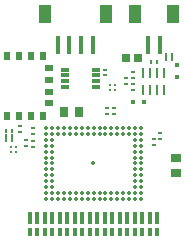
<source format=gbr>
G04 EAGLE Gerber RS-274X export*
G75*
%MOMM*%
%FSLAX34Y34*%
%LPD*%
%INSolderpaste Top*%
%IPPOS*%
%AMOC8*
5,1,8,0,0,1.08239X$1,22.5*%
G01*
%ADD10R,0.350000X0.250000*%
%ADD11R,0.381000X0.762000*%
%ADD12R,0.381000X1.016000*%
%ADD13C,0.350000*%
%ADD14R,0.700000X0.900000*%
%ADD15C,0.250000*%
%ADD16R,0.400000X1.500000*%
%ADD17R,1.000000X1.500000*%
%ADD18R,0.460000X0.400000*%
%ADD19R,0.500000X0.800000*%
%ADD20R,0.800000X0.500000*%
%ADD21R,0.800000X0.300000*%
%ADD22R,0.430000X0.280000*%
%ADD23R,0.400000X0.460000*%
%ADD24R,0.250000X0.350000*%
%ADD25R,0.900000X0.700000*%
%ADD26R,0.260000X0.900000*%
%ADD27R,0.685800X0.762000*%
%ADD28R,0.280000X0.430000*%


D10*
X38800Y125400D03*
X38800Y120400D03*
D11*
X119075Y37660D03*
X112725Y37660D03*
X125425Y37660D03*
X106375Y37660D03*
X131775Y37660D03*
X100025Y37660D03*
X138125Y37660D03*
X144475Y37660D03*
X93675Y37660D03*
X87325Y37660D03*
D12*
X144475Y49090D03*
X138125Y49090D03*
X131775Y49090D03*
X125425Y49090D03*
X119075Y49090D03*
X112725Y49090D03*
X106375Y49090D03*
X100025Y49090D03*
D11*
X80975Y37660D03*
X74625Y37660D03*
X68275Y37660D03*
X61925Y37660D03*
X55575Y37660D03*
X49225Y37660D03*
X42875Y37660D03*
X36525Y37660D03*
D12*
X93675Y49090D03*
X87325Y49090D03*
X80975Y49090D03*
X74625Y49090D03*
X68275Y49090D03*
X61925Y49090D03*
X55575Y49090D03*
X49225Y49090D03*
X42875Y49090D03*
X36525Y49090D03*
D13*
X130500Y65500D03*
X125500Y65500D03*
X120500Y65500D03*
X115500Y65500D03*
X110500Y65500D03*
X105500Y65500D03*
X100500Y65500D03*
X95500Y65500D03*
X90500Y65500D03*
X85500Y65500D03*
X80500Y65500D03*
X75500Y65500D03*
X70500Y65500D03*
X65500Y65500D03*
X60500Y65500D03*
X55500Y65500D03*
X130500Y70500D03*
X125500Y70500D03*
X120500Y70500D03*
X115500Y70500D03*
X110500Y70500D03*
X105500Y70500D03*
X100500Y70500D03*
X95500Y70500D03*
X90500Y70500D03*
X85500Y70500D03*
X80500Y70500D03*
X75500Y70500D03*
X70500Y70500D03*
X65500Y70500D03*
X60500Y70500D03*
X55500Y70500D03*
X130500Y75500D03*
X125500Y75500D03*
X55500Y75500D03*
X130500Y80500D03*
X130500Y85500D03*
X125500Y80500D03*
X55500Y80500D03*
X50500Y80500D03*
X125500Y85500D03*
X55500Y85500D03*
X50500Y85500D03*
X130500Y90500D03*
X125500Y90500D03*
X55500Y90500D03*
X50500Y90500D03*
X130500Y95500D03*
X125500Y95500D03*
X55500Y95500D03*
X50500Y95500D03*
X130500Y100500D03*
X125500Y100500D03*
X55500Y100500D03*
X50500Y100500D03*
X130500Y105500D03*
X125500Y105500D03*
X55500Y105500D03*
X50500Y105500D03*
X130500Y110500D03*
X125500Y110500D03*
X55500Y110500D03*
X50500Y110500D03*
X130500Y115500D03*
X125500Y115500D03*
X55500Y115500D03*
X50500Y65500D03*
X50500Y70500D03*
X50500Y75500D03*
X50500Y115500D03*
X130500Y120500D03*
X125500Y120500D03*
X120500Y120500D03*
X115500Y120500D03*
X110500Y120500D03*
X105500Y120500D03*
X100500Y120500D03*
X95500Y120500D03*
X90500Y120500D03*
X85500Y120500D03*
X80500Y120500D03*
X75500Y120500D03*
X70500Y120500D03*
X65500Y120500D03*
X60500Y120500D03*
X55500Y120500D03*
X50500Y120500D03*
X130500Y125500D03*
X125500Y125500D03*
X120500Y125500D03*
X115500Y125500D03*
X110500Y125500D03*
X105500Y125500D03*
X100500Y125500D03*
X95500Y125500D03*
X90500Y125500D03*
X85500Y125500D03*
X80500Y125500D03*
X75500Y125500D03*
X70500Y125500D03*
X65500Y125500D03*
X60500Y125500D03*
X55500Y125500D03*
X50500Y125500D03*
X90400Y95500D03*
D14*
X78500Y139000D03*
X65500Y139000D03*
D15*
X25032Y105468D03*
X20968Y105468D03*
X25032Y109532D03*
X20968Y109532D03*
D10*
X33000Y110500D03*
X33000Y115500D03*
D16*
X136500Y196000D03*
X146500Y196000D03*
D17*
X125500Y221600D03*
X157500Y221600D03*
D16*
X60000Y196000D03*
X70000Y196000D03*
D17*
X49000Y221600D03*
X101000Y221600D03*
D16*
X80000Y196000D03*
X90000Y196000D03*
D18*
X161000Y168500D03*
X161000Y178500D03*
D19*
X17500Y136000D03*
X27500Y136000D03*
X37500Y136000D03*
X47500Y136000D03*
D20*
X52918Y146282D03*
X52918Y156282D03*
X52918Y166282D03*
X52918Y176282D03*
D19*
X47500Y186518D03*
X37500Y186518D03*
X27500Y186518D03*
X17500Y186518D03*
D21*
X66500Y175000D03*
X66500Y170000D03*
X66500Y165000D03*
X66500Y160000D03*
X92500Y160000D03*
X92500Y165000D03*
X92500Y170000D03*
X92500Y175000D03*
D22*
X118000Y162950D03*
X118000Y168050D03*
D23*
X133500Y147500D03*
X123500Y147500D03*
D22*
X102000Y142050D03*
X102000Y136950D03*
X108000Y142050D03*
X108000Y136950D03*
D24*
X157000Y187500D03*
X152000Y187500D03*
D10*
X100000Y170000D03*
X100000Y175000D03*
D22*
X28000Y127050D03*
X28000Y121950D03*
D24*
X21500Y119000D03*
X16500Y119000D03*
X157000Y183500D03*
X152000Y183500D03*
D25*
X160000Y87000D03*
X160000Y100000D03*
D22*
X39500Y114550D03*
X39500Y109450D03*
D15*
X108650Y162150D03*
X108650Y157900D03*
X104400Y162150D03*
X104400Y157900D03*
D26*
X150000Y172000D03*
X150000Y157500D03*
X144000Y172000D03*
X138000Y172000D03*
X132000Y172000D03*
X132000Y157500D03*
X138000Y157500D03*
X144000Y157500D03*
D27*
X128334Y184500D03*
X117666Y184500D03*
D22*
X124000Y167950D03*
X124000Y173050D03*
X124000Y157450D03*
X124000Y162550D03*
D28*
X138950Y181500D03*
X144050Y181500D03*
D24*
X21500Y123000D03*
X16500Y123000D03*
X21500Y115000D03*
X16500Y115000D03*
D22*
X146500Y121050D03*
X146500Y115950D03*
X141500Y110950D03*
X141500Y116050D03*
M02*

</source>
